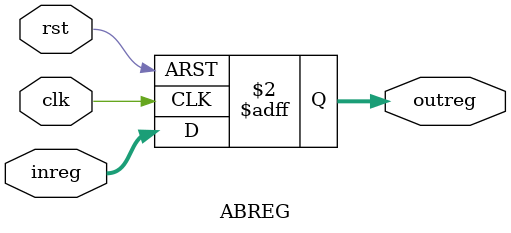
<source format=v>
`timescale 1ns/1ns
module ABREG(input clk, rst,input[31:0] inreg, output reg[31:0] outreg);
  always@(posedge clk, posedge rst)begin
    if(rst) outreg <= 32'b0;
    else outreg <= inreg;
  end
endmodule

</source>
